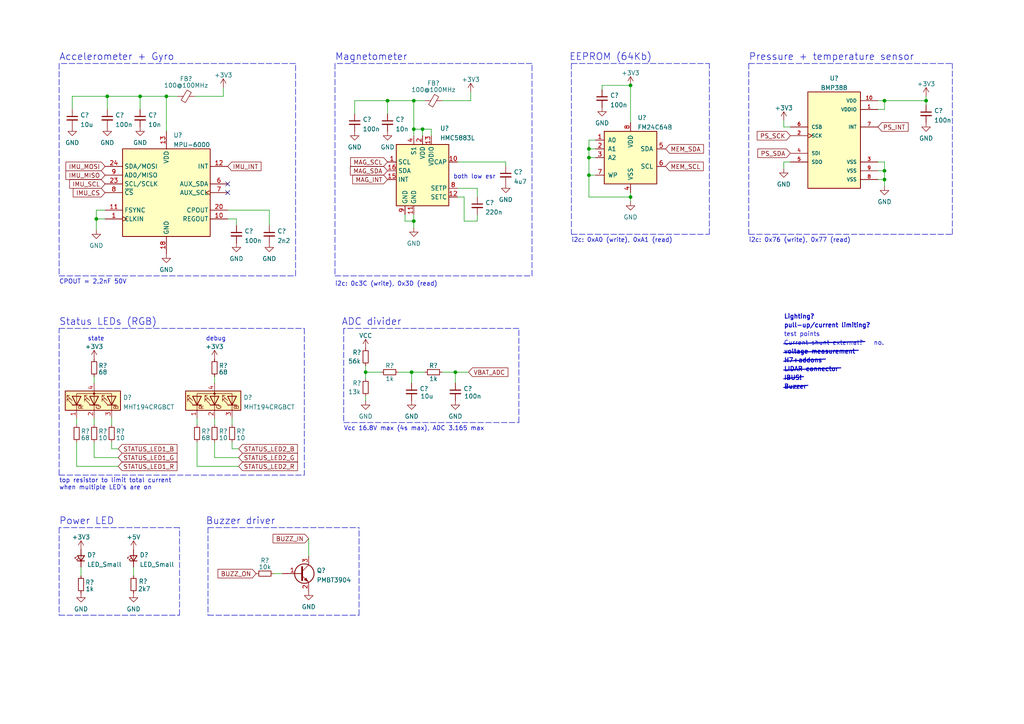
<source format=kicad_sch>
(kicad_sch (version 20211123) (generator eeschema)
  (paper "A4")
  (lib_symbols
    (symbol "Device:C_Small" (pin_numbers hide) (pin_names (offset 0.254) hide)
      (property "Reference" "C" (at 0.254 1.778 0))
      (property "Value" "C_Small" (at 0.254 -2.032 0))
      (symbol "C_Small_0_1"
        (polyline (pts (xy -1.524 -0.508) (xy 1.524 -0.508)) (stroke (width 0.3302)))
        (polyline (pts (xy -1.524 0.508) (xy 1.524 0.508)) (stroke (width 0.3048)))
      )
      (symbol "C_Small_1_1"
        (pin passive line (at 0 2.54 270) (length 2.032) (name "~") (number "1"))
        (pin passive line (at 0 -2.54 90) (length 2.032) (name "~") (number "2"))
      )
    )
    (symbol "Device:FerriteBead_Small" (pin_numbers hide) (pin_names (offset 0))
      (property "Reference" "FB" (at 1.905 1.27 0))
      (property "Value" "FerriteBead_Small" (at 1.905 -1.27 0))
      (symbol "FerriteBead_Small_0_1"
        (polyline (pts (xy 0 -1.27) (xy 0 -0.7874)))
        (polyline (pts (xy 0 0.889) (xy 0 1.2954)))
        (polyline (pts (xy -1.8288 0.2794) (xy -1.1176 1.4986) (xy 1.8288 -0.2032) (xy 1.1176 -1.4224) (xy -1.8288 0.2794)))
      )
      (symbol "FerriteBead_Small_1_1"
        (pin passive line (at 0 2.54 270) (length 1.27) (name "~") (number "1"))
        (pin passive line (at 0 -2.54 90) (length 1.27) (name "~") (number "2"))
      )
    )
    (symbol "Device:LED_RGBA" (pin_names (offset 0) hide)
      (property "Reference" "D" (at 0 9.398 0))
      (property "Value" "LED_RGBA" (at 0 -8.89 0))
      (symbol "LED_RGBA_0_0"
        (text "B" (at -1.905 -6.35 0) (effects (font (size 1.27 1.27))))
        (text "G" (at -1.905 -1.27 0) (effects (font (size 1.27 1.27))))
        (text "R" (at -1.905 3.81 0) (effects (font (size 1.27 1.27))))
      )
      (symbol "LED_RGBA_0_1"
        (polyline (pts (xy -1.27 -5.08) (xy -2.54 -5.08)))
        (polyline (pts (xy -1.27 -5.08) (xy 1.27 -5.08)))
        (polyline (pts (xy -1.27 -3.81) (xy -1.27 -6.35)) (stroke (width 0.254)))
        (polyline (pts (xy -1.27 0) (xy -2.54 0)))
        (polyline (pts (xy -1.27 1.27) (xy -1.27 -1.27)) (stroke (width 0.254)))
        (polyline (pts (xy -1.27 5.08) (xy -2.54 5.08)))
        (polyline (pts (xy -1.27 5.08) (xy 1.27 5.08)))
        (polyline (pts (xy -1.27 6.35) (xy -1.27 3.81)) (stroke (width 0.254)))
        (polyline (pts (xy 1.27 0) (xy -1.27 0)))
        (polyline (pts (xy 1.27 0) (xy 2.54 0)))
        (polyline (pts (xy -1.27 1.27) (xy -1.27 -1.27) (xy -1.27 -1.27)))
        (polyline (pts (xy -1.27 6.35) (xy -1.27 3.81) (xy -1.27 3.81)))
        (polyline (pts (xy 1.27 -5.08) (xy 2.032 -5.08) (xy 2.032 5.08) (xy 1.27 5.08)))
        (polyline (pts (xy 1.27 -3.81) (xy 1.27 -6.35) (xy -1.27 -5.08) (xy 1.27 -3.81)) (stroke (width 0.254)))
        (polyline (pts (xy 1.27 1.27) (xy 1.27 -1.27) (xy -1.27 0) (xy 1.27 1.27)) (stroke (width 0.254)))
        (polyline (pts (xy 1.27 6.35) (xy 1.27 3.81) (xy -1.27 5.08) (xy 1.27 6.35)) (stroke (width 0.254)))
        (polyline (pts (xy -1.016 -3.81) (xy 0.508 -2.286) (xy -0.254 -2.286) (xy 0.508 -2.286) (xy 0.508 -3.048)))
        (polyline (pts (xy -1.016 1.27) (xy 0.508 2.794) (xy -0.254 2.794) (xy 0.508 2.794) (xy 0.508 2.032)))
        (polyline (pts (xy -1.016 6.35) (xy 0.508 7.874) (xy -0.254 7.874) (xy 0.508 7.874) (xy 0.508 7.112)))
        (polyline (pts (xy 0 -3.81) (xy 1.524 -2.286) (xy 0.762 -2.286) (xy 1.524 -2.286) (xy 1.524 -3.048)))
        (polyline (pts (xy 0 1.27) (xy 1.524 2.794) (xy 0.762 2.794) (xy 1.524 2.794) (xy 1.524 2.032)))
        (polyline (pts (xy 0 6.35) (xy 1.524 7.874) (xy 0.762 7.874) (xy 1.524 7.874) (xy 1.524 7.112)))
        (rectangle (start 1.27 -1.27) (end 1.27 1.27))
        (rectangle (start 1.27 1.27) (end 1.27 1.27))
        (rectangle (start 1.27 3.81) (end 1.27 6.35))
        (rectangle (start 1.27 6.35) (end 1.27 6.35))
        (circle (center 2.032 0) (radius 0.254) (fill (type outline)))
        (rectangle (start 2.794 8.382) (end -2.794 -7.62) (stroke (width 0.254)) (fill (type background)))
      )
      (symbol "LED_RGBA_1_1"
        (pin passive line (at -5.08 5.08 0) (length 2.54) (name "RK") (number "1"))
        (pin passive line (at -5.08 0 0) (length 2.54) (name "GK") (number "2"))
        (pin passive line (at -5.08 -5.08 0) (length 2.54) (name "BK") (number "3"))
        (pin passive line (at 5.08 0 180) (length 2.54) (name "A") (number "4"))
      )
    )
    (symbol "Device:LED_Small" (pin_numbers hide) (pin_names (offset 0.254) hide)
      (property "Reference" "D" (at -1.27 3.175 0))
      (property "Value" "LED_Small" (at -4.445 -2.54 0))
      (symbol "LED_Small_0_1"
        (polyline (pts (xy -0.762 -1.016) (xy -0.762 1.016)) (stroke (width 0.254)))
        (polyline (pts (xy 1.016 0) (xy -0.762 0)))
        (polyline (pts (xy 0.762 -1.016) (xy -0.762 0) (xy 0.762 1.016) (xy 0.762 -1.016)) (stroke (width 0.254)))
        (polyline (pts (xy 0 0.762) (xy -0.508 1.27) (xy -0.254 1.27) (xy -0.508 1.27) (xy -0.508 1.016)))
        (polyline (pts (xy 0.508 1.27) (xy 0 1.778) (xy 0.254 1.778) (xy 0 1.778) (xy 0 1.524)))
      )
      (symbol "LED_Small_1_1"
        (pin passive line (at -2.54 0 0) (length 1.778) (name "K") (number "1"))
        (pin passive line (at 2.54 0 180) (length 1.778) (name "A") (number "2"))
      )
    )
    (symbol "Device:Q_NPN_BEC" (pin_names (offset 0) hide)
      (property "Reference" "Q" (at 5.08 1.27 0))
      (property "Value" "Q_NPN_BEC" (at 5.08 -1.27 0))
      (symbol "Q_NPN_BEC_0_1"
        (polyline (pts (xy 0.635 0.635) (xy 2.54 2.54)))
        (polyline (pts (xy 0.635 -0.635) (xy 2.54 -2.54) (xy 2.54 -2.54)))
        (polyline (pts (xy 0.635 1.905) (xy 0.635 -1.905) (xy 0.635 -1.905)) (stroke (width 0.508)))
        (polyline (pts (xy 1.27 -1.778) (xy 1.778 -1.27) (xy 2.286 -2.286) (xy 1.27 -1.778) (xy 1.27 -1.778)) (fill (type outline)))
        (circle (center 1.27 0) (radius 2.8194) (stroke (width 0.254)))
      )
      (symbol "Q_NPN_BEC_1_1"
        (pin input line (at -5.08 0 0) (length 5.715) (name "B") (number "1"))
        (pin passive line (at 2.54 -5.08 90) (length 2.54) (name "E") (number "2"))
        (pin passive line (at 2.54 5.08 270) (length 2.54) (name "C") (number "3"))
      )
    )
    (symbol "Device:R_Small" (pin_numbers hide) (pin_names (offset 0.254) hide)
      (property "Reference" "R" (at 0.762 0.508 0))
      (property "Value" "R_Small" (at 0.762 -1.016 0))
      (symbol "R_Small_0_1"
        (rectangle (start -0.762 1.778) (end 0.762 -1.778) (stroke (width 0.2032)))
      )
      (symbol "R_Small_1_1"
        (pin passive line (at 0 2.54 270) (length 0.762) (name "~") (number "1"))
        (pin passive line (at 0 -2.54 90) (length 0.762) (name "~") (number "2"))
      )
    )
    (symbol "Memory_NVRAM:FM24C64B" (pin_names (offset 1.016))
      (property "Reference" "U" (at -5.08 8.89 0))
      (property "Value" "FM24C64B" (at 6.35 -8.89 0))
      (symbol "FM24C64B_0_1"
        (rectangle (start -7.62 7.62) (end 7.62 -7.62) (stroke (width 0.254)) (fill (type background)))
      )
      (symbol "FM24C64B_1_1"
        (pin input line (at -10.16 5.08 0) (length 2.54) (name "A0") (number "1"))
        (pin input line (at -10.16 2.54 0) (length 2.54) (name "A1") (number "2"))
        (pin input line (at -10.16 0 0) (length 2.54) (name "A2") (number "3"))
        (pin power_in line (at 0 -10.16 90) (length 2.54) (name "VSS") (number "4"))
        (pin bidirectional line (at 10.16 2.54 180) (length 2.54) (name "SDA") (number "5"))
        (pin input line (at 10.16 -2.54 180) (length 2.54) (name "SCL") (number "6"))
        (pin input line (at -10.16 -5.08 0) (length 2.54) (name "WP") (number "7"))
        (pin power_in line (at 0 10.16 270) (length 2.54) (name "VDD") (number "8"))
      )
    )
    (symbol "Sensor_Motion:MPU-6000"
      (property "Reference" "U" (at -11.43 13.97 0))
      (property "Value" "MPU-6000" (at 7.62 -13.97 0))
      (symbol "MPU-6000_0_1"
        (rectangle (start -12.7 12.7) (end 12.7 -12.7) (stroke (width 0.254)) (fill (type background)))
      )
      (symbol "MPU-6000_1_1"
        (pin input clock (at -17.78 -7.62 0) (length 5.08) (name "CLKIN") (number "1"))
        (pin passive line (at 17.78 -7.62 180) (length 5.08) (name "REGOUT") (number "10"))
        (pin input line (at -17.78 -5.08 0) (length 5.08) (name "FSYNC") (number "11"))
        (pin output line (at 17.78 7.62 180) (length 5.08) (name "INT") (number "12"))
        (pin power_in line (at 0 17.78 270) (length 5.08) (name "VDD") (number "13"))
        (pin power_in line (at 0 -17.78 90) (length 5.08) (name "GND") (number "18"))
        (pin passive line (at 17.78 -5.08 180) (length 5.08) (name "CPOUT") (number "20"))
        (pin input line (at -17.78 2.54 0) (length 5.08) (name "SCL/SCLK") (number "23"))
        (pin bidirectional line (at -17.78 7.62 0) (length 5.08) (name "SDA/MOSI") (number "24"))
        (pin bidirectional line (at 17.78 2.54 180) (length 5.08) (name "AUX_SDA") (number "6"))
        (pin output clock (at 17.78 0 180) (length 5.08) (name "AUX_SCL") (number "7"))
        (pin input line (at -17.78 0 0) (length 5.08) (name "~{CS}") (number "8"))
        (pin bidirectional line (at -17.78 5.08 0) (length 5.08) (name "AD0/MISO") (number "9"))
      )
    )
    (symbol "flightController:BMP388" (pin_names (offset 1.016))
      (property "Reference" "U" (at -7.62 15.2654 0))
      (property "Value" "BMP388" (at -7.62 -15.2654 0))
      (symbol "BMP388_0_0"
        (rectangle (start -7.62 -12.7) (end 7.62 15.24) (stroke (width 0.254)) (fill (type background)))
        (pin power_in line (at 12.7 10.16 180) (length 5.08) (name "VDDIO") (number "1"))
        (pin power_in line (at 12.7 12.7 180) (length 5.08) (name "VDD") (number "10"))
        (pin input clock (at -12.7 2.54 0) (length 5.08) (name "SCK") (number "2"))
        (pin power_in line (at 12.7 -5.08 180) (length 5.08) (name "VSS") (number "3"))
        (pin bidirectional line (at -12.7 -2.54 0) (length 5.08) (name "SDI") (number "4"))
        (pin bidirectional line (at -12.7 -5.08 0) (length 5.08) (name "SDO") (number "5"))
        (pin input line (at -12.7 5.08 0) (length 5.08) (name "CSB") (number "6"))
        (pin output line (at 12.7 5.08 180) (length 5.08) (name "INT") (number "7"))
        (pin power_in line (at 12.7 -10.16 180) (length 5.08) (name "VSS") (number "8"))
        (pin power_in line (at 12.7 -7.62 180) (length 5.08) (name "VSS") (number "9"))
      )
    )
    (symbol "flightController:HMC5883L"
      (property "Reference" "U" (at -7.62 7.62 0))
      (property "Value" "HMC5883L" (at 5.08 7.62 0))
      (symbol "HMC5883L_0_1"
        (rectangle (start -7.62 5.08) (end 7.62 -12.7) (stroke (width 0.254)) (fill (type background)))
      )
      (symbol "HMC5883L_1_1"
        (pin input line (at -10.16 0 0) (length 2.54) (name "SCL") (number "1"))
        (pin passive line (at 10.16 0 180) (length 2.54) (name "CAP") (number "10"))
        (pin power_in line (at -2.54 -15.24 90) (length 2.54) (name "GND") (number "11"))
        (pin passive line (at 10.16 -10.16 180) (length 2.54) (name "SETC") (number "12"))
        (pin power_in line (at 2.54 7.62 270) (length 2.54) (name "VDDIO") (number "13"))
        (pin no_connect line (at 27.94 -12.7 180) (length 2.54) hide (name "NC") (number "14"))
        (pin output line (at -10.16 -5.08 0) (length 2.54) (name "INT") (number "15"))
        (pin bidirectional line (at -10.16 -2.54 0) (length 2.54) (name "SDA") (number "16"))
        (pin power_in line (at 0 7.62 270) (length 2.54) (name "VDD") (number "2"))
        (pin no_connect line (at 27.94 -2.54 180) (length 2.54) hide (name "NC") (number "3"))
        (pin power_in line (at -2.54 7.62 270) (length 2.54) (name "S1") (number "4"))
        (pin no_connect line (at 27.94 -5.08 180) (length 2.54) hide (name "NC") (number "5"))
        (pin no_connect line (at 27.94 -7.62 180) (length 2.54) hide (name "NC") (number "6"))
        (pin no_connect line (at 27.94 -10.16 180) (length 2.54) hide (name "NC") (number "7"))
        (pin passive line (at 10.16 -7.62 180) (length 2.54) (name "SETP") (number "8"))
        (pin power_in line (at -5.08 -15.24 90) (length 2.54) (name "GND") (number "9"))
      )
    )
    (symbol "power:+3.3V" (power) (pin_names (offset 0))
      (property "Value" "+3.3V" (at 0 3.556 0))
      (symbol "+3.3V_0_1"
        (polyline (pts (xy -0.762 1.27) (xy 0 2.54)))
        (polyline (pts (xy 0 0) (xy 0 2.54)))
        (polyline (pts (xy 0 2.54) (xy 0.762 1.27)))
      )
      (symbol "+3.3V_1_1"
        (pin power_in line (at 0 0 90) (length 0) hide (name "+3V3") (number "1"))
      )
    )
    (symbol "power:+5V" (power) (pin_names (offset 0))
      (property "Value" "+5V" (at 0 3.556 0))
      (symbol "+5V_0_1"
        (polyline (pts (xy -0.762 1.27) (xy 0 2.54)))
        (polyline (pts (xy 0 0) (xy 0 2.54)))
        (polyline (pts (xy 0 2.54) (xy 0.762 1.27)))
      )
      (symbol "+5V_1_1"
        (pin power_in line (at 0 0 90) (length 0) hide (name "+5V") (number "1"))
      )
    )
    (symbol "power:GND" (power) (pin_names (offset 0))
      (property "Value" "GND" (at 0 -3.81 0))
      (symbol "GND_0_1"
        (polyline (pts (xy 0 0) (xy 0 -1.27) (xy 1.27 -1.27) (xy 0 -2.54) (xy -1.27 -1.27) (xy 0 -1.27)))
      )
      (symbol "GND_1_1"
        (pin power_in line (at 0 0 270) (length 0) hide (name "GND") (number "1"))
      )
    )
    (symbol "power:VCC" (power) (pin_names (offset 0))
      (property "Value" "VCC" (at 0 3.81 0))
      (symbol "VCC_0_1"
        (polyline (pts (xy -0.762 1.27) (xy 0 2.54)))
        (polyline (pts (xy 0 0) (xy 0 2.54)))
        (polyline (pts (xy 0 2.54) (xy 0.762 1.27)))
      )
      (symbol "VCC_1_1"
        (pin power_in line (at 0 0 90) (length 0) hide (name "VCC") (number "1"))
      )
    )
  )
  (junction (at 122.555 37.465))
  (junction (at 120.015 37.465))
  (junction (at 112.395 29.21))
  (junction (at 182.88 24.765))
  (junction (at 170.815 43.18))
  (junction (at 182.88 57.15))
  (junction (at 256.54 29.21))
  (junction (at 48.26 27.94))
  (junction (at 106.045 107.95))
  (junction (at 170.815 50.8))
  (junction (at 268.605 29.21))
  (junction (at 120.015 64.135))
  (junction (at 132.08 107.95))
  (junction (at 256.54 49.53))
  (junction (at 31.115 27.94))
  (junction (at 119.38 107.95))
  (junction (at 27.94 63.5))
  (junction (at 40.64 27.94))
  (junction (at 256.54 52.07))
  (junction (at 170.815 45.72))
  (junction (at 120.015 29.21))
  (no_connect (at 66.04 55.88))
  (no_connect (at 66.04 53.34))
  (polyline (pts (xy 60.325 178.435) (xy 104.14 178.435)))
  (polyline (pts (xy 17.145 178.435) (xy 52.07 178.435)))
  (wire (pts (xy 170.815 50.8) (xy 170.815 57.15)))
  (wire (pts (xy 132.08 107.95) (xy 135.89 107.95)))
  (wire (pts (xy 132.08 111.125) (xy 132.08 107.95)))
  (wire (pts (xy 254.635 31.75) (xy 256.54 31.75)))
  (wire (pts (xy 66.04 60.96) (xy 78.105 60.96)))
  (wire (pts (xy 31.115 27.94) (xy 40.64 27.94)))
  (wire (pts (xy 134.62 64.135) (xy 134.62 57.15)))
  (wire (pts (xy 27.305 132.715) (xy 34.29 132.715)))
  (polyline (pts (xy 227.33 104.775) (xy 239.395 104.14)) (stroke (width 0.3) (type solid)))
  (wire (pts (xy 68.58 63.5) (xy 68.58 65.405)))
  (wire (pts (xy 170.815 43.18) (xy 172.72 43.18)))
  (wire (pts (xy 256.54 49.53) (xy 256.54 52.07)))
  (wire (pts (xy 268.605 27.94) (xy 268.605 29.21)))
  (wire (pts (xy 20.955 27.94) (xy 31.115 27.94)))
  (polyline (pts (xy 17.145 137.795) (xy 88.265 137.795)))
  (wire (pts (xy 22.225 128.27) (xy 22.225 135.255)))
  (wire (pts (xy 32.385 130.175) (xy 34.29 130.175)))
  (wire (pts (xy 256.54 29.21) (xy 268.605 29.21)))
  (wire (pts (xy 64.77 25.4) (xy 64.77 27.94)))
  (polyline (pts (xy 165.735 67.945) (xy 205.74 67.945)))
  (polyline (pts (xy 99.695 122.555) (xy 150.495 122.555)))
  (wire (pts (xy 22.225 135.255) (xy 34.29 135.255)))
  (wire (pts (xy 268.605 30.48) (xy 268.605 29.21)))
  (wire (pts (xy 102.87 29.21) (xy 112.395 29.21)))
  (wire (pts (xy 120.015 29.21) (xy 112.395 29.21)))
  (wire (pts (xy 48.26 27.94) (xy 40.64 27.94)))
  (wire (pts (xy 106.045 106.045) (xy 106.045 107.95)))
  (wire (pts (xy 38.735 164.465) (xy 38.735 167.005)))
  (wire (pts (xy 78.105 60.96) (xy 78.105 65.405)))
  (wire (pts (xy 67.31 130.175) (xy 69.215 130.175)))
  (wire (pts (xy 62.23 121.285) (xy 62.23 123.19)))
  (wire (pts (xy 256.54 31.75) (xy 256.54 29.21)))
  (wire (pts (xy 170.815 57.15) (xy 182.88 57.15)))
  (polyline (pts (xy 104.14 178.435) (xy 104.14 153.035)))
  (wire (pts (xy 57.15 128.27) (xy 57.15 135.255)))
  (wire (pts (xy 229.235 46.99) (xy 227.33 46.99)))
  (wire (pts (xy 170.815 43.18) (xy 170.815 45.72)))
  (polyline (pts (xy 88.265 95.25) (xy 88.265 137.795)))
  (wire (pts (xy 27.305 121.285) (xy 27.305 123.19)))
  (wire (pts (xy 170.815 45.72) (xy 172.72 45.72)))
  (wire (pts (xy 120.015 39.37) (xy 120.015 37.465)))
  (polyline (pts (xy 150.495 95.25) (xy 99.695 95.25)))
  (wire (pts (xy 62.23 109.22) (xy 62.23 111.125)))
  (wire (pts (xy 48.26 38.1) (xy 48.26 27.94)))
  (wire (pts (xy 227.33 46.99) (xy 227.33 48.895)))
  (polyline (pts (xy 60.325 153.035) (xy 60.325 178.435)))
  (wire (pts (xy 125.095 39.37) (xy 125.095 37.465)))
  (wire (pts (xy 138.43 54.61) (xy 138.43 57.15)))
  (polyline (pts (xy 17.145 137.795) (xy 17.145 95.25)))
  (wire (pts (xy 48.26 27.94) (xy 51.435 27.94)))
  (wire (pts (xy 182.88 57.15) (xy 182.88 55.88)))
  (polyline (pts (xy 17.145 153.035) (xy 17.145 178.435)))
  (wire (pts (xy 128.27 107.95) (xy 132.08 107.95)))
  (wire (pts (xy 23.495 164.465) (xy 23.495 167.005)))
  (polyline (pts (xy 217.17 67.945) (xy 276.225 67.945)))
  (polyline (pts (xy 17.145 80.01) (xy 85.725 80.01)))
  (polyline (pts (xy 227.33 109.855) (xy 233.045 109.22)) (stroke (width 0.3) (type solid)))
  (wire (pts (xy 170.815 50.8) (xy 172.72 50.8)))
  (wire (pts (xy 31.115 27.94) (xy 31.115 31.75)))
  (wire (pts (xy 115.57 107.95) (xy 119.38 107.95)))
  (wire (pts (xy 120.015 64.135) (xy 120.015 66.04)))
  (wire (pts (xy 227.33 36.83) (xy 229.235 36.83)))
  (wire (pts (xy 170.815 45.72) (xy 170.815 50.8)))
  (wire (pts (xy 27.94 63.5) (xy 30.48 63.5)))
  (wire (pts (xy 32.385 128.27) (xy 32.385 130.175)))
  (wire (pts (xy 136.525 26.67) (xy 136.525 29.21)))
  (wire (pts (xy 172.72 40.64) (xy 170.815 40.64)))
  (wire (pts (xy 132.715 54.61) (xy 138.43 54.61)))
  (wire (pts (xy 256.54 29.21) (xy 254.635 29.21)))
  (wire (pts (xy 256.54 46.99) (xy 256.54 49.53)))
  (polyline (pts (xy 217.17 18.415) (xy 276.225 18.415)))
  (wire (pts (xy 66.04 63.5) (xy 68.58 63.5)))
  (wire (pts (xy 174.625 26.035) (xy 174.625 24.765)))
  (polyline (pts (xy 154.305 80.01) (xy 154.305 18.415)))
  (polyline (pts (xy 17.145 95.25) (xy 88.265 95.25)))
  (wire (pts (xy 106.045 107.95) (xy 106.045 109.855)))
  (polyline (pts (xy 227.33 107.315) (xy 243.84 106.68)) (stroke (width 0.3) (type solid)))
  (polyline (pts (xy 227.33 102.235) (xy 248.92 101.6)) (stroke (width 0.3) (type solid)))
  (wire (pts (xy 27.94 63.5) (xy 27.94 60.96)))
  (polyline (pts (xy 60.325 153.035) (xy 104.14 153.035)))
  (wire (pts (xy 120.015 64.135) (xy 120.015 62.23)))
  (polyline (pts (xy 227.33 99.695) (xy 250.825 99.06)) (stroke (width 0.3) (type solid)))
  (wire (pts (xy 57.15 121.285) (xy 57.15 123.19)))
  (wire (pts (xy 117.475 62.23) (xy 117.475 64.135)))
  (polyline (pts (xy 52.07 178.435) (xy 52.07 153.035)))
  (wire (pts (xy 136.525 29.21) (xy 128.27 29.21)))
  (wire (pts (xy 79.375 166.37) (xy 81.915 166.37)))
  (wire (pts (xy 57.15 135.255) (xy 69.215 135.255)))
  (polyline (pts (xy 154.305 18.415) (xy 97.155 18.415)))
  (wire (pts (xy 254.635 49.53) (xy 256.54 49.53)))
  (wire (pts (xy 122.555 37.465) (xy 120.015 37.465)))
  (polyline (pts (xy 165.735 18.415) (xy 205.74 18.415)))
  (polyline (pts (xy 17.145 18.415) (xy 17.145 80.01)))
  (wire (pts (xy 125.095 37.465) (xy 122.555 37.465)))
  (wire (pts (xy 256.54 52.07) (xy 256.54 53.975)))
  (wire (pts (xy 40.64 27.94) (xy 40.64 31.75)))
  (wire (pts (xy 134.62 57.15) (xy 132.715 57.15)))
  (wire (pts (xy 106.045 114.935) (xy 106.045 116.205)))
  (wire (pts (xy 27.305 109.22) (xy 27.305 111.125)))
  (wire (pts (xy 227.33 34.925) (xy 227.33 36.83)))
  (polyline (pts (xy 97.155 80.01) (xy 154.305 80.01)))
  (polyline (pts (xy 227.33 112.395) (xy 234.315 111.76)) (stroke (width 0.3) (type solid)))
  (wire (pts (xy 138.43 62.23) (xy 138.43 64.135)))
  (wire (pts (xy 182.88 58.42) (xy 182.88 57.15)))
  (wire (pts (xy 174.625 24.765) (xy 182.88 24.765)))
  (wire (pts (xy 62.23 132.715) (xy 69.215 132.715)))
  (polyline (pts (xy 97.155 18.415) (xy 97.155 80.01)))
  (wire (pts (xy 170.815 40.64) (xy 170.815 43.18)))
  (wire (pts (xy 67.31 128.27) (xy 67.31 130.175)))
  (wire (pts (xy 67.31 121.285) (xy 67.31 123.19)))
  (wire (pts (xy 182.88 24.765) (xy 182.88 35.56)))
  (polyline (pts (xy 217.17 18.415) (xy 217.17 67.945)))
  (wire (pts (xy 27.94 60.96) (xy 30.48 60.96)))
  (polyline (pts (xy 85.725 18.415) (xy 17.145 18.415)))
  (wire (pts (xy 119.38 107.95) (xy 123.19 107.95)))
  (wire (pts (xy 120.015 37.465) (xy 120.015 29.21)))
  (wire (pts (xy 138.43 64.135) (xy 134.62 64.135)))
  (wire (pts (xy 254.635 46.99) (xy 256.54 46.99)))
  (wire (pts (xy 64.77 27.94) (xy 56.515 27.94)))
  (wire (pts (xy 102.87 29.21) (xy 102.87 33.02)))
  (polyline (pts (xy 276.225 67.945) (xy 276.225 18.415)))
  (polyline (pts (xy 52.07 153.035) (xy 17.145 153.035)))
  (wire (pts (xy 146.685 46.99) (xy 146.685 48.26)))
  (wire (pts (xy 122.555 39.37) (xy 122.555 37.465)))
  (wire (pts (xy 22.225 121.285) (xy 22.225 123.19)))
  (wire (pts (xy 112.395 29.21) (xy 112.395 33.02)))
  (wire (pts (xy 106.045 107.95) (xy 110.49 107.95)))
  (polyline (pts (xy 99.695 95.25) (xy 99.695 122.555)))
  (wire (pts (xy 27.305 128.27) (xy 27.305 132.715)))
  (wire (pts (xy 62.23 128.27) (xy 62.23 132.715)))
  (wire (pts (xy 20.955 27.94) (xy 20.955 31.75)))
  (wire (pts (xy 117.475 64.135) (xy 120.015 64.135)))
  (polyline (pts (xy 85.725 80.01) (xy 85.725 18.415)))
  (polyline (pts (xy 205.74 67.945) (xy 205.74 18.415)))
  (wire (pts (xy 89.535 156.21) (xy 89.535 161.29)))
  (wire (pts (xy 119.38 111.125) (xy 119.38 107.95)))
  (wire (pts (xy 120.015 29.21) (xy 123.19 29.21)))
  (wire (pts (xy 32.385 121.285) (xy 32.385 123.19)))
  (wire (pts (xy 27.94 66.675) (xy 27.94 63.5)))
  (wire (pts (xy 132.715 46.99) (xy 146.685 46.99)))
  (wire (pts (xy 254.635 52.07) (xy 256.54 52.07)))
  (polyline (pts (xy 165.735 18.415) (xy 165.735 67.945)))
  (polyline (pts (xy 150.495 122.555) (xy 150.495 95.25)))
  (text "pull-up/current limiting?" (at 227.33 95.25 0) (effects (font (size 1.27 1.27) (thickness 0.254) bold) (justify left bottom)))
  (text "Current shunt external?" (at 227.33 100.33 0) (effects (font (size 1.27 1.27)) (justify left bottom)))
  (text "voltage measurement" (at 227.33 102.87 0) (effects (font (size 1.27 1.27) (thickness 0.254) bold) (justify left bottom)))
  (text "Lighting?" (at 227.33 92.71 0) (effects (font (size 1.27 1.27) (thickness 0.254) bold) (justify left bottom)))
  (text "ADC divider" (at 99.06 94.615 0) (effects (font (size 2 2)) (justify left bottom)))
  (text "Buzzer driver" (at 59.69 152.4 0) (effects (font (size 2 2)) (justify left bottom)))
  (text "top resistor to limit total current \nwhen multiple LED's are on" (at 17.145 142.24 0) (effects (font (size 1.27 1.27)) (justify left bottom)))
  (text "Power LED" (at 17.145 152.4 0) (effects (font (size 2 2)) (justify left bottom)))
  (text "IBUS!" (at 227.33 110.49 0) (effects (font (size 1.27 1.27) (thickness 0.254) bold) (justify left bottom)))
  (text "i2c: 0x76 (write), 0x77 (read)" (at 217.17 70.485 0) (effects (font (size 1.27 1.27)) (justify left bottom)))
  (text "Magnetometer" (at 97.155 17.78 0) (effects (font (size 2 2)) (justify left bottom)))
  (text "both low esr" (at 131.445 52.07 0) (effects (font (size 1.27 1.27)) (justify left bottom)))
  (text "EEPROM (64Kb)" (at 165.1 17.78 0) (effects (font (size 2 2)) (justify left bottom)))
  (text "i2c: 0c3C (write), 0x3D (read)" (at 97.155 83.185 0) (effects (font (size 1.27 1.27)) (justify left bottom)))
  (text "debug" (at 59.69 99.06 0) (effects (font (size 1.27 1.27)) (justify left bottom)))
  (text "i2c: 0xA0 (write), 0xA1 (read) " (at 165.735 70.485 0) (effects (font (size 1.27 1.27)) (justify left bottom)))
  (text "CPOUT = 2.2nF 50V" (at 17.145 82.55 0) (effects (font (size 1.27 1.27)) (justify left bottom)))
  (text "H7+addons" (at 227.33 105.41 0) (effects (font (size 1.27 1.27) (thickness 0.254) bold) (justify left bottom)))
  (text "Pressure + temperature sensor " (at 217.17 17.78 0) (effects (font (size 2 2)) (justify left bottom)))
  (text "no." (at 253.365 100.33 0) (effects (font (size 1.27 1.27)) (justify left bottom)))
  (text "Status LEDs (RGB)" (at 17.145 94.615 0) (effects (font (size 2 2)) (justify left bottom)))
  (text "Accelerometer + Gyro" (at 17.145 17.78 0) (effects (font (size 2 2)) (justify left bottom)))
  (text "Buzzer" (at 227.33 113.03 0) (effects (font (size 1.27 1.27) (thickness 0.254) bold) (justify left bottom)))
  (text "Vcc 16.8V max (4s max), ADC 3.165 max" (at 99.695 125.095 0) (effects (font (size 1.27 1.27)) (justify left bottom)))
  (text "test points" (at 227.33 97.79 0) (effects (font (size 1.27 1.27)) (justify left bottom)))
  (text "LIDAR connector" (at 227.33 107.95 0) (effects (font (size 1.27 1.27) (thickness 0.254) bold) (justify left bottom)))
  (text "state" (at 25.4 99.06 0) (effects (font (size 1.27 1.27)) (justify left bottom)))
  (global_label "STATUS_LED2_R" (shape input) (at 69.215 135.255 0) (property "Intersheet References" "${INTERSHEET_REFS}" (effects hide)))
  (global_label "PS_INT" (shape input) (at 254.635 36.83 0) (property "Intersheet References" "${INTERSHEET_REFS}" (effects hide)))
  (global_label "IMU_MOSI" (shape input) (at 30.48 48.26 180) (property "Intersheet References" "${INTERSHEET_REFS}" (effects hide)))
  (global_label "MEM_SDA" (shape input) (at 193.04 43.18 0) (property "Intersheet References" "${INTERSHEET_REFS}" (effects hide)))
  (global_label "IMU_MISO" (shape input) (at 30.48 50.8 180) (property "Intersheet References" "${INTERSHEET_REFS}" (effects hide)))
  (global_label "MAG_SDA" (shape input) (at 112.395 49.53 180) (property "Intersheet References" "${INTERSHEET_REFS}" (effects hide)))
  (global_label "BUZZ_ON" (shape input) (at 74.295 166.37 180) (property "Intersheet References" "${INTERSHEET_REFS}" (effects hide)))
  (global_label "STATUS_LED1_R" (shape input) (at 34.29 135.255 0) (property "Intersheet References" "${INTERSHEET_REFS}" (effects hide)))
  (global_label "BUZZ_IN" (shape input) (at 89.535 156.21 180) (property "Intersheet References" "${INTERSHEET_REFS}" (effects hide)))
  (global_label "STATUS_LED1_G" (shape input) (at 34.29 132.715 0) (property "Intersheet References" "${INTERSHEET_REFS}" (effects hide)))
  (global_label "MAG_SCL" (shape input) (at 112.395 46.99 180) (property "Intersheet References" "${INTERSHEET_REFS}" (effects hide)))
  (global_label "PS_SDA" (shape input) (at 229.235 44.45 180) (property "Intersheet References" "${INTERSHEET_REFS}" (effects hide)))
  (global_label "STATUS_LED2_G" (shape input) (at 69.215 132.715 0) (property "Intersheet References" "${INTERSHEET_REFS}" (effects hide)))
  (global_label "IMU_SCL" (shape input) (at 30.48 53.34 180) (property "Intersheet References" "${INTERSHEET_REFS}" (effects hide)))
  (global_label "IMU_INT" (shape input) (at 66.04 48.26 0) (property "Intersheet References" "${INTERSHEET_REFS}" (effects hide)))
  (global_label "MEM_SCL" (shape input) (at 193.04 48.26 0) (property "Intersheet References" "${INTERSHEET_REFS}" (effects hide)))
  (global_label "PS_SCK" (shape input) (at 229.235 39.37 180) (property "Intersheet References" "${INTERSHEET_REFS}" (effects hide)))
  (global_label "IMU_CS" (shape input) (at 30.48 55.88 180) (property "Intersheet References" "${INTERSHEET_REFS}" (effects hide)))
  (global_label "STATUS_LED1_B" (shape input) (at 34.29 130.175 0) (property "Intersheet References" "${INTERSHEET_REFS}" (effects hide)))
  (global_label "STATUS_LED2_B" (shape input) (at 69.215 130.175 0) (property "Intersheet References" "${INTERSHEET_REFS}" (effects hide)))
  (global_label "VBAT_ADC" (shape input) (at 135.89 107.95 0) (property "Intersheet References" "${INTERSHEET_REFS}" (effects hide)))
  (global_label "MAG_INT" (shape input) (at 112.395 52.07 180) (property "Intersheet References" "${INTERSHEET_REFS}" (effects hide)))
  (symbol (lib_id "Device:LED_RGBA") (at 62.23 116.205 90) (unit 1)
    (property "Reference" "D?" (at 70.612 115.2965 90) (effects (justify right)))
    (property "Value" "MHT194CRGBCT" (at 70.612 118.0716 90) (effects (justify right)))
    (property "Footprint" "flightController:0605" (effects hide))
    (property "Datasheet" "https://datasheet.lcsc.com/lcsc/2109011230_MEIHUA-MHT194CRGBCT_C404275.pdf" (effects hide))
  )
  (symbol (lib_id "Device:C_Small") (at 146.685 50.8 0) (unit 1)
    (property "Reference" "C?" (at 149.0091 49.8978 0) (effects (justify left)))
    (property "Value" "4u7" (at 149.0091 52.6729 0) (effects (justify left)))
  )
  (symbol (lib_id "power:GND") (at 40.64 36.83 0) (unit 1)
    (property "Reference" "#PWR?" (effects hide))
    (property "Value" "GND" (at 40.64 41.3925 0))
  )
  (symbol (lib_id "Device:C_Small") (at 132.08 113.665 0) (unit 1)
    (property "Reference" "C?" (at 134.4041 112.7628 0) (effects (justify left)))
    (property "Value" "100n" (at 134.62 114.935 0) (effects (justify left)))
  )
  (symbol (lib_id "flightController:HMC5883L") (at 122.555 46.99 0) (unit 1)
    (property "Reference" "U?" (at 127.635 37.2299 0) (effects (justify left)))
    (property "Value" "HMC5883L" (at 127.635 40.005 0) (effects (justify left)))
    (property "Footprint" "Package_LGA:LGA-16_3x3mm_P0.5mm" (effects hide))
    (property "Datasheet" "http://www.memsic.com/userfiles/files/DataSheets/Magnetic-Sensors-Datasheets/MMC5883MA-RevC.pdf" (effects hide))
  )
  (symbol (lib_id "Device:FerriteBead_Small") (at 53.975 27.94 270) (unit 1)
    (property "Reference" "FB?" (at 53.975 22.86 90))
    (property "Value" "100@100MHz" (at 53.975 24.765 90))
  )
  (symbol (lib_id "Sensor_Motion:MPU-6000") (at 48.26 55.88 0) (unit 1)
    (property "Reference" "U?" (at 50.2794 39.2135 0) (effects (justify left)))
    (property "Value" "MPU-6000" (at 50.2794 41.9886 0) (effects (justify left)))
    (property "Footprint" "Sensor_Motion:InvenSense_QFN-24_4x4mm_P0.5mm" (effects hide))
    (property "Datasheet" "https://store.invensense.com/datasheets/invensense/MPU-6050_DataSheet_V3%204.pdf" (effects hide))
  )
  (symbol (lib_id "power:+3.3V") (at 64.77 25.4 0) (unit 1)
    (property "Reference" "#PWR?" (effects hide))
    (property "Value" "+3.3V" (at 64.77 21.7955 0))
  )
  (symbol (lib_id "Device:R_Small") (at 62.23 106.68 0) (unit 1)
    (property "Reference" "R?" (at 64.77 106.045 0))
    (property "Value" "68" (at 64.77 107.95 0))
    (property "Footprint" "Resistor_SMD:R_0603_1608Metric" (effects hide))
  )
  (symbol (lib_id "power:GND") (at 89.535 171.45 0) (unit 1)
    (property "Reference" "#PWR?" (effects hide))
    (property "Value" "GND" (at 89.535 176.0125 0))
  )
  (symbol (lib_id "power:GND") (at 102.87 38.1 0) (unit 1)
    (property "Reference" "#PWR?" (effects hide))
    (property "Value" "GND" (at 102.87 42.6625 0))
  )
  (symbol (lib_id "Device:R_Small") (at 38.735 169.545 0) (unit 1)
    (property "Reference" "R?" (at 40.2336 168.6365 0) (effects (justify left)))
    (property "Value" "2k7" (at 40.005 170.815 0) (effects (justify left)))
    (property "Footprint" "Resistor_SMD:R_0603_1608Metric" (effects hide))
  )
  (symbol (lib_id "power:+3.3V") (at 227.33 34.925 0) (unit 1)
    (property "Reference" "#PWR?" (effects hide))
    (property "Value" "+3.3V" (at 227.33 31.3205 0))
  )
  (symbol (lib_id "Device:C_Small") (at 268.605 33.02 0) (unit 1)
    (property "Reference" "C?" (at 270.9291 32.1178 0) (effects (justify left)))
    (property "Value" "100n" (at 270.9291 34.8929 0) (effects (justify left)))
  )
  (symbol (lib_id "power:VCC") (at 106.045 100.965 0) (unit 1)
    (property "Reference" "#PWR?" (effects hide))
    (property "Value" "VCC" (at 106.045 97.3605 0))
  )
  (symbol (lib_id "power:GND") (at 268.605 35.56 0) (unit 1)
    (property "Reference" "#PWR?" (effects hide))
    (property "Value" "GND" (at 268.605 40.1225 0))
  )
  (symbol (lib_id "power:GND") (at 112.395 38.1 0) (unit 1)
    (property "Reference" "#PWR?" (effects hide))
    (property "Value" "GND" (at 112.395 42.6625 0))
  )
  (symbol (lib_id "power:GND") (at 227.33 48.895 0) (unit 1)
    (property "Reference" "#PWR?" (effects hide))
    (property "Value" "GND" (at 227.33 53.4575 0))
  )
  (symbol (lib_id "power:GND") (at 119.38 116.205 0) (unit 1)
    (property "Reference" "#PWR?" (effects hide))
    (property "Value" "GND" (at 119.38 120.7675 0))
  )
  (symbol (lib_id "Device:R_Small") (at 76.835 166.37 90) (unit 1)
    (property "Reference" "R?" (at 76.835 162.56 90))
    (property "Value" "10k" (at 76.835 164.465 90))
  )
  (symbol (lib_id "power:GND") (at 31.115 36.83 0) (unit 1)
    (property "Reference" "#PWR?" (effects hide))
    (property "Value" "GND" (at 31.115 41.3925 0))
  )
  (symbol (lib_id "Device:R_Small") (at 32.385 125.73 0) (unit 1)
    (property "Reference" "R?" (at 34.925 125.095 0))
    (property "Value" "10" (at 34.925 127 0))
    (property "Footprint" "Resistor_SMD:R_0603_1608Metric" (effects hide))
  )
  (symbol (lib_id "Device:C_Small") (at 138.43 59.69 0) (unit 1)
    (property "Reference" "C?" (at 140.7541 58.7878 0) (effects (justify left)))
    (property "Value" "220n" (at 140.7541 61.5629 0) (effects (justify left)))
  )
  (symbol (lib_id "power:GND") (at 78.105 70.485 0) (unit 1)
    (property "Reference" "#PWR?" (effects hide))
    (property "Value" "GND" (at 78.105 75.0475 0))
  )
  (symbol (lib_id "power:GND") (at 174.625 31.115 0) (unit 1)
    (property "Reference" "#PWR?" (effects hide))
    (property "Value" "GND" (at 174.625 35.6775 0))
  )
  (symbol (lib_id "Device:R_Small") (at 27.305 106.68 0) (unit 1)
    (property "Reference" "R?" (at 29.845 106.045 0))
    (property "Value" "68" (at 29.845 107.95 0))
    (property "Footprint" "Resistor_SMD:R_0603_1608Metric" (effects hide))
  )
  (symbol (lib_id "power:GND") (at 27.94 66.675 0) (unit 1)
    (property "Reference" "#PWR?" (effects hide))
    (property "Value" "GND" (at 27.94 71.2375 0))
  )
  (symbol (lib_id "Device:C_Small") (at 40.64 34.29 0) (unit 1)
    (property "Reference" "C?" (at 42.9641 33.3878 0) (effects (justify left)))
    (property "Value" "10n" (at 42.9641 36.1629 0) (effects (justify left)))
  )
  (symbol (lib_id "Device:R_Small") (at 62.23 125.73 0) (unit 1)
    (property "Reference" "R?" (at 64.77 125.095 0))
    (property "Value" "10" (at 64.77 127 0))
    (property "Footprint" "Resistor_SMD:R_0603_1608Metric" (effects hide))
  )
  (symbol (lib_id "Device:R_Small") (at 113.03 107.95 270) (unit 1)
    (property "Reference" "R?" (at 113.03 106.045 90))
    (property "Value" "1k" (at 113.03 109.855 90))
    (property "Footprint" "Resistor_SMD:R_0603_1608Metric" (effects hide))
  )
  (symbol (lib_id "Device:FerriteBead_Small") (at 125.73 29.21 270) (unit 1)
    (property "Reference" "FB?" (at 125.73 24.13 90))
    (property "Value" "100@100MHz" (at 125.73 26.035 90))
  )
  (symbol (lib_id "power:+3.3V") (at 62.23 104.14 0) (unit 1)
    (property "Reference" "#PWR?" (effects hide))
    (property "Value" "+3.3V" (at 62.23 100.5355 0))
  )
  (symbol (lib_id "Device:C_Small") (at 112.395 35.56 0) (unit 1)
    (property "Reference" "C?" (at 114.7191 34.6578 0) (effects (justify left)))
    (property "Value" "10n" (at 114.7191 37.4329 0) (effects (justify left)))
  )
  (symbol (lib_id "Device:LED_RGBA") (at 27.305 116.205 90) (unit 1)
    (property "Reference" "D?" (at 35.687 115.2965 90) (effects (justify right)))
    (property "Value" "MHT194CRGBCT" (at 35.687 118.0716 90) (effects (justify right)))
    (property "Footprint" "flightController:0605" (effects hide))
    (property "Datasheet" "https://datasheet.lcsc.com/lcsc/2109011230_MEIHUA-MHT194CRGBCT_C404275.pdf" (effects hide))
  )
  (symbol (lib_id "Memory_NVRAM:FM24C64B") (at 182.88 45.72 0) (unit 1)
    (property "Reference" "U?" (at 184.8994 34.1335 0) (effects (justify left)))
    (property "Value" "FM24C64B" (at 184.8994 36.9086 0) (effects (justify left)))
    (property "Footprint" "Package_SO:SOIC-8_3.9x4.9mm_P1.27mm" (effects hide))
    (property "Datasheet" "https://jlcpcb.com/parts/componentSearch?isSecondLevel=true&firstName=Memory%20&name=Eeprom" (effects hide))
  )
  (symbol (lib_id "power:+3.3V") (at 182.88 24.765 0) (unit 1)
    (property "Reference" "#PWR?" (effects hide))
    (property "Value" "+3.3V" (at 182.88 21.1605 0))
  )
  (symbol (lib_id "power:GND") (at 182.88 58.42 0) (unit 1)
    (property "Reference" "#PWR?" (effects hide))
    (property "Value" "GND" (at 182.88 62.9825 0))
  )
  (symbol (lib_id "Device:R_Small") (at 106.045 103.505 0) (unit 1)
    (property "Reference" "R?" (at 102.235 102.235 0) (effects (justify left)))
    (property "Value" "56k" (at 100.965 104.775 0) (effects (justify left)))
    (property "Footprint" "Resistor_SMD:R_0603_1608Metric" (effects hide))
  )
  (symbol (lib_id "Device:R_Small") (at 57.15 125.73 0) (unit 1)
    (property "Reference" "R?" (at 59.69 125.095 0))
    (property "Value" "68" (at 59.69 127 0))
    (property "Footprint" "Resistor_SMD:R_0603_1608Metric" (effects hide))
  )
  (symbol (lib_id "power:GND") (at 20.955 36.83 0) (unit 1)
    (property "Reference" "#PWR?" (effects hide))
    (property "Value" "GND" (at 20.955 41.3925 0))
  )
  (symbol (lib_id "power:GND") (at 68.58 70.485 0) (unit 1)
    (property "Reference" "#PWR?" (effects hide))
    (property "Value" "GND" (at 68.58 75.0475 0))
  )
  (symbol (lib_id "Device:C_Small") (at 102.87 35.56 0) (unit 1)
    (property "Reference" "C?" (at 105.1941 34.6578 0) (effects (justify left)))
    (property "Value" "100n" (at 105.1941 37.4329 0) (effects (justify left)))
  )
  (symbol (lib_id "flightController:BMP388") (at 241.935 41.91 0) (unit 1)
    (property "Reference" "U?" (at 241.935 22.7035 0))
    (property "Value" "BMP388" (at 241.935 25.4786 0))
    (property "Footprint" "PQFN50P200X200X80-10N" (effects hide))
    (property "MANUFACTURER" "BOSCH" (effects hide))
    (property "PARTREV" "1.1" (effects hide))
    (property "STANDARD" "IPC 7351B" (effects hide))
  )
  (symbol (lib_id "Device:C_Small") (at 174.625 28.575 0) (unit 1)
    (property "Reference" "C?" (at 176.9491 27.6728 0) (effects (justify left)))
    (property "Value" "100n" (at 176.9491 30.4479 0) (effects (justify left)))
  )
  (symbol (lib_id "power:GND") (at 38.735 172.085 0) (unit 1)
    (property "Reference" "#PWR0101" (effects hide))
    (property "Value" "GND" (at 38.735 176.6475 0))
  )
  (symbol (lib_id "Device:LED_Small") (at 38.735 161.925 90) (unit 1)
    (property "Reference" "D?" (at 40.513 160.953 90) (effects (justify right)))
    (property "Value" "LED_Small" (at 40.513 163.7281 90) (effects (justify right)))
  )
  (symbol (lib_id "power:+3.3V") (at 23.495 159.385 0) (unit 1)
    (property "Reference" "#PWR0103" (effects hide))
    (property "Value" "+3.3V" (at 23.495 155.7805 0))
  )
  (symbol (lib_id "power:GND") (at 120.015 66.04 0) (unit 1)
    (property "Reference" "#PWR?" (effects hide))
    (property "Value" "GND" (at 120.015 70.6025 0))
  )
  (symbol (lib_id "power:+5V") (at 38.735 159.385 0) (unit 1)
    (property "Reference" "#PWR0102" (effects hide))
    (property "Value" "+5V" (at 38.735 155.7805 0))
  )
  (symbol (lib_id "Device:R_Small") (at 67.31 125.73 0) (unit 1)
    (property "Reference" "R?" (at 69.85 125.095 0))
    (property "Value" "10" (at 69.85 127 0))
    (property "Footprint" "Resistor_SMD:R_0603_1608Metric" (effects hide))
  )
  (symbol (lib_id "Device:R_Small") (at 23.495 169.545 0) (unit 1)
    (property "Reference" "R?" (at 26.035 168.91 0))
    (property "Value" "1k" (at 26.035 170.815 0))
    (property "Footprint" "Resistor_SMD:R_0603_1608Metric" (effects hide))
  )
  (symbol (lib_id "power:+3.3V") (at 136.525 26.67 0) (unit 1)
    (property "Reference" "#PWR?" (effects hide))
    (property "Value" "+3.3V" (at 136.525 23.0655 0))
  )
  (symbol (lib_id "Device:R_Small") (at 125.73 107.95 270) (unit 1)
    (property "Reference" "R?" (at 125.73 106.045 90))
    (property "Value" "1k" (at 125.73 109.855 90))
    (property "Footprint" "Resistor_SMD:R_0603_1608Metric" (effects hide))
  )
  (symbol (lib_id "power:GND") (at 256.54 53.975 0) (unit 1)
    (property "Reference" "#PWR?" (effects hide))
    (property "Value" "GND" (at 256.54 58.5375 0))
  )
  (symbol (lib_id "power:GND") (at 48.26 73.66 0) (unit 1)
    (property "Reference" "#PWR?" (effects hide))
    (property "Value" "GND" (at 48.26 78.2225 0))
  )
  (symbol (lib_id "Device:Q_NPN_BEC") (at 86.995 166.37 0) (unit 1)
    (property "Reference" "Q?" (at 91.8464 165.4615 0) (effects (justify left)))
    (property "Value" "PMBT3904" (at 91.8464 168.2366 0) (effects (justify left)))
    (property "Footprint" "Package_TO_SOT_SMD:SOT-23" (effects hide))
    (property "Datasheet" "https://datasheet.lcsc.com/lcsc/2105201004_Nexperia-PMBT3904-215_C8667.pdf" (effects hide))
  )
  (symbol (lib_id "Device:LED_Small") (at 23.495 161.925 90) (unit 1)
    (property "Reference" "D?" (at 25.273 160.953 90) (effects (justify right)))
    (property "Value" "LED_Small" (at 25.273 163.7281 90) (effects (justify right)))
  )
  (symbol (lib_id "Device:C_Small") (at 78.105 67.945 0) (unit 1)
    (property "Reference" "C?" (at 80.4291 67.0428 0) (effects (justify left)))
    (property "Value" "2n2" (at 80.4291 69.8179 0) (effects (justify left)))
  )
  (symbol (lib_id "power:GND") (at 146.685 53.34 0) (unit 1)
    (property "Reference" "#PWR?" (effects hide))
    (property "Value" "GND" (at 146.685 57.9025 0))
  )
  (symbol (lib_id "Device:C_Small") (at 31.115 34.29 0) (unit 1)
    (property "Reference" "C?" (at 33.4391 33.3878 0) (effects (justify left)))
    (property "Value" "100n" (at 33.4391 36.1629 0) (effects (justify left)))
  )
  (symbol (lib_id "Device:C_Small") (at 20.955 34.29 0) (unit 1)
    (property "Reference" "C?" (at 23.2791 33.3878 0) (effects (justify left)))
    (property "Value" "10u" (at 23.2791 36.1629 0) (effects (justify left)))
  )
  (symbol (lib_id "power:GND") (at 106.045 116.205 0) (unit 1)
    (property "Reference" "#PWR?" (effects hide))
    (property "Value" "GND" (at 106.045 120.7675 0))
  )
  (symbol (lib_id "Device:R_Small") (at 27.305 125.73 0) (unit 1)
    (property "Reference" "R?" (at 29.845 125.095 0))
    (property "Value" "10" (at 29.845 127 0))
    (property "Footprint" "Resistor_SMD:R_0603_1608Metric" (effects hide))
  )
  (symbol (lib_id "power:+3.3V") (at 27.305 104.14 0) (unit 1)
    (property "Reference" "#PWR0104" (effects hide))
    (property "Value" "+3.3V" (at 27.305 100.5355 0))
  )
  (symbol (lib_id "power:GND") (at 132.08 116.205 0) (unit 1)
    (property "Reference" "#PWR?" (effects hide))
    (property "Value" "GND" (at 132.08 120.7675 0))
  )
  (symbol (lib_id "power:+3.3V") (at 268.605 27.94 0) (unit 1)
    (property "Reference" "#PWR?" (effects hide))
    (property "Value" "+3.3V" (at 268.605 24.3355 0))
  )
  (symbol (lib_id "Device:R_Small") (at 22.225 125.73 0) (unit 1)
    (property "Reference" "R?" (at 24.765 125.095 0))
    (property "Value" "68" (at 24.765 127 0))
    (property "Footprint" "Resistor_SMD:R_0603_1608Metric" (effects hide))
  )
  (symbol (lib_id "Device:C_Small") (at 68.58 67.945 0) (unit 1)
    (property "Reference" "C?" (at 70.9041 67.0428 0) (effects (justify left)))
    (property "Value" "100n" (at 70.9041 69.8179 0) (effects (justify left)))
  )
  (symbol (lib_id "power:GND") (at 23.495 172.085 0) (unit 1)
    (property "Reference" "#PWR0105" (effects hide))
    (property "Value" "GND" (at 23.495 176.6475 0))
  )
  (symbol (lib_id "Device:R_Small") (at 106.045 112.395 0) (unit 1)
    (property "Reference" "R?" (at 102.235 111.125 0) (effects (justify left)))
    (property "Value" "13k" (at 100.965 113.665 0) (effects (justify left)))
    (property "Footprint" "Resistor_SMD:R_0603_1608Metric" (effects hide))
  )
  (symbol (lib_id "Device:C_Small") (at 119.38 113.665 0) (unit 1)
    (property "Reference" "C?" (at 121.7041 112.7628 0) (effects (justify left)))
    (property "Value" "10u" (at 121.92 114.935 0) (effects (justify left)))
  )
)
</source>
